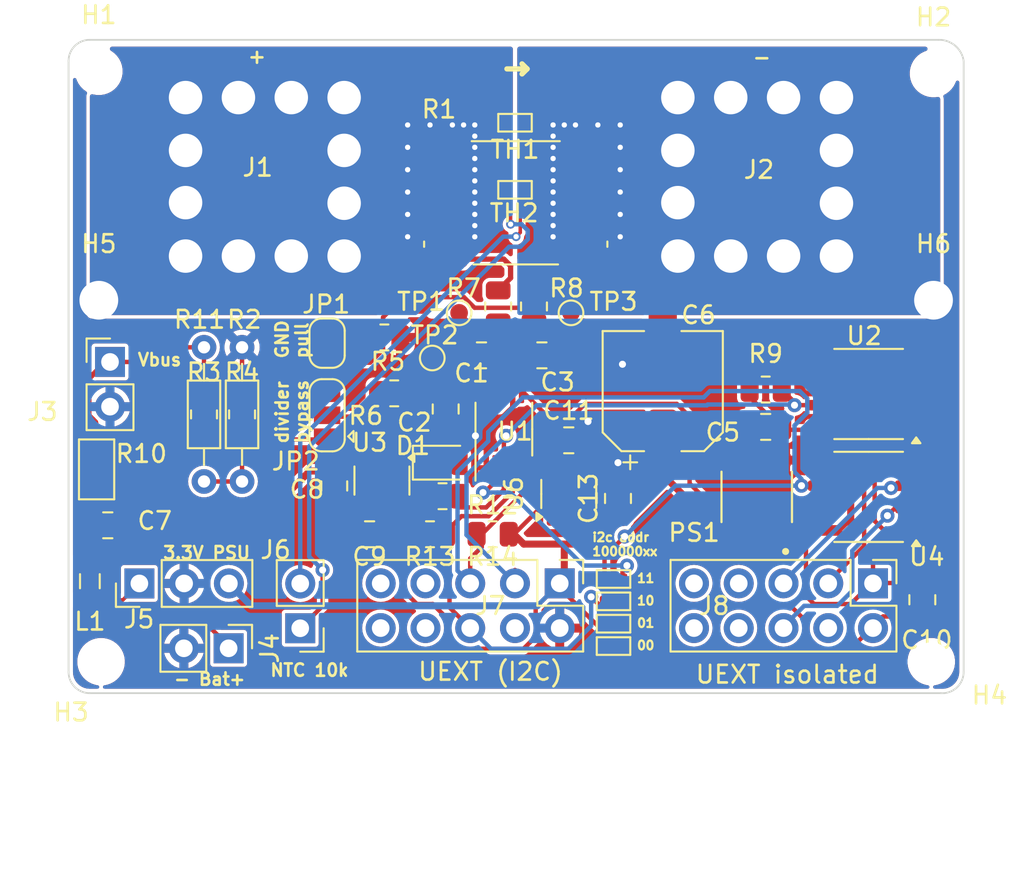
<source format=kicad_pcb>
(kicad_pcb (version 20240108) (generator "pcbnew") (generator_version "8.0")
  (title_block (comment 4 "AISLER Project ID: ADBKJVZS"))
  (layers (0 "F.Cu" signal) (31 "B.Cu" signal) (34 "B.Paste" user) (35 "F.Paste" user) (36 "B.SilkS" user "B.Silkscreen") (37 "F.SilkS" user "F.Silkscreen") (38 "B.Mask" user) (39 "F.Mask" user) (44 "Edge.Cuts" user))
  (net 0 "")
  (net 1 "Net-(U1-Vin+)")
  (net 2 "Net-(JP1-B)")
  (net 3 "+3.3V")
  (net 4 "Net-(U1-Vbus)")
  (net 5 "GND")
  (net 6 "Alert")
  (net 7 "Vbus")
  (net 8 "+3V")
  (net 9 "SDA")
  (net 10 "SCL")
  (net 11 "Net-(JP1-A)")
  (net 12 "P+")
  (net 13 "P-")
  (net 14 "Shunt+")
  (net 15 "Shunt-")
  (net 16 "Net-(C7-Pad2)")
  (net 17 "+3.3V2")
  (net 18 "GND2")
  (net 19 "Vin")
  (net 20 "Net-(D1-K)")
  (net 21 "Net-(J6-Pin_1)")
  (net 22 "Net-(J6-Pin_2)")
  (net 26 "SDA2")
  (net 29 "Alert2")
  (net 31 "SCL2")
  (net 36 "Net-(J4-Pin_1)")
  (net 37 "Net-(JP2-A)")
  (net 39 "A0")
  (net 41 "Net-(J5-Pin_1)")
  (footprint "PCM_Resistor_SMD_AKL:R_0805_2012Metric" (layer "F.Cu") (at 80.391 96.393 90)
    (property "Reference" "R10")
    (property "Value" "10" (hide yes))
  )
  (footprint "PCM_Resistor_SMD_AKL:R_0402_1005Metric" (layer "F.Cu") (at 109.728 106.426 180)
    (property "Reference" "JP4" (hide yes))
    (property "Value" "SolderJumper_2_Open" (hide yes))
  )
  (footprint "PCM_Resistor_SMD_AKL:R_0402_1005Metric" (layer "F.Cu") (at 109.728 105.156 180)
    (property "Reference" "JP3" (hide yes))
    (property "Value" "SolderJumper_2_Open" (hide yes))
  )
  (footprint "PCM_Resistor_SMD_AKL:R_0402_1005Metric" (layer "F.Cu") (at 109.728 102.616 180)
    (property "Reference" "JP5" (hide yes))
    (property "Value" "SolderJumper_2_Open" (hide yes))
  )
  (footprint "open-pe:Wuerth_PowerPlus_M5_Nut" (layer "F.Cu") (at 91.44 81.28)
    (property "Reference" "J1")
    (property "Value" "Screw_Terminal_01x01")
  )
  (footprint "Resistor_THT:R_Axial_DIN0204_L3.6mm_D1.6mm_P7.62mm_Horizontal" (layer "F.Cu") (at 86.487 97.07975 90)
    (property "Reference" "R11")
    (property "Value" "R_Small")
  )
  (footprint "Connector_PinHeader_2.54mm:PinHeader_1x02_P2.54mm_Vertical" (layer "F.Cu") (at 81.153 90.292)
    (property "Reference" "J3")
    (property "Value" "Conn_01x02_Pin")
  )
  (footprint "Resistor_SMD:R_0805_2012Metric" (layer "F.Cu") (at 97.282 92.075 180)
    (property "Reference" "R6")
    (property "Value" "100")
  )
  (footprint "Capacitor_SMD:C_0805_2012Metric" (layer "F.Cu") (at 100.203 92.964 -90)
    (property "Reference" "C2")
    (property "Value" "100nF, 100V")
  )
  (footprint "Package_SO:SOIC-8_3.9x4.9mm_P1.27mm" (layer "F.Cu") (at 124.206 97.954 180)
    (property "Reference" "U4")
    (property "Value" "TPT72616-SO1R")
  )
  (footprint "PCM_Resistor_SMD_AKL:R_0402_1005Metric" (layer "F.Cu") (at 109.728 103.886 180)
    (property "Reference" "JP6" (hide yes))
    (property "Value" "SolderJumper_2_Open" (hide yes))
  )
  (footprint "MountingHole:MountingHole_2.2mm_M2" (layer "F.Cu") (at 127.889 73.914)
    (property "Reference" "H2")
    (property "Value" "MountingHole")
  )
  (footprint "Capacitor_SMD:C_0805_2012Metric" (layer "F.Cu") (at 102.235 89.916)
    (property "Reference" "C1")
    (property "Value" "100nF")
  )
  (footprint "MountingHole:MountingHole_2.2mm_M2" (layer "F.Cu") (at 80.518 73.787)
    (property "Reference" "H1")
    (property "Value" "MountingHole")
  )
  (footprint "Resistor_THT:R_Axial_DIN0204_L3.6mm_D1.6mm_P7.62mm_Horizontal" (layer "F.Cu") (at 88.646 89.45975 -90)
    (property "Reference" "R2")
    (property "Value" "R_Small")
  )
  (footprint "Connector_PinHeader_2.54mm:PinHeader_2x05_P2.54mm_Vertical" (layer "F.Cu") (at 124.455 102.865 -90)
    (property "Reference" "J8")
    (property "Value" "UEXT_Slave2")
  )
  (footprint "Jumper:SolderJumper-2_P1.3mm_Open_RoundedPad1.0x1.5mm" (layer "F.Cu") (at 93.472 89.2245 -90)
    (property "Reference" "JP1")
    (property "Value" "Jumper_2_Open")
  )
  (footprint "open-pe:CONV_MIE1W0505BGLVH-3R-Z" (layer "F.Cu") (at 117.856 97.954 -90)
    (property "Reference" "PS1")
    (property "Value" "MIE1W0505BGLVH-3R-Z")
  )
  (footprint "MountingHole:MountingHole_2.2mm_M2" (layer "F.Cu") (at 80.518 86.787)
    (property "Reference" "H5")
    (property "Value" "MountingHole")
  )
  (footprint "MountingHole:MountingHole_2.2mm_M2" (layer "F.Cu") (at 127.889 86.787)
    (property "Reference" "H6")
    (property "Value" "MountingHole")
  )
  (footprint "Capacitor_SMD:C_0805_2012Metric" (layer "F.Cu") (at 109.982 98.044 90)
    (property "Reference" "C13")
    (property "Value" "1uF")
  )
  (footprint "Capacitor_SMD:C_0805_2012Metric" (layer "F.Cu") (at 105.664 89.916 180)
    (property "Reference" "C3")
    (property "Value" "100nF")
  )
  (footprint "Resistor_SMD:R_0805_2012Metric" (layer "F.Cu") (at 100.0252 97.917)
    (property "Reference" "R12")
    (property "Value" "10k")
  )
  (footprint "MountingHole:MountingHole_2.2mm_M2" (layer "F.Cu") (at 127.762 107.315)
    (property "Reference" "H4")
    (property "Value" "MountingHole")
  )
  (footprint "TestPoint:TestPoint_Pad_D1.0mm" (layer "F.Cu") (at 99.441 90.0684)
    (property "Reference" "TP2")
    (property "Value" "TestPoint")
  )
  (footprint "MountingHole:MountingHole_2.2mm_M2" (layer "F.Cu") (at 80.645 107.315)
    (property "Reference" "H3")
    (property "Value" "MountingHole")
  )
  (footprint "Capacitor_SMD:C_0805_2012Metric" (layer "F.Cu") (at 118.364 93.98 180)
    (property "Reference" "C5")
    (property "Value" "100nF")
  )
  (footprint "Package_TO_SOT_SMD:SOT-23-5" (layer "F.Cu") (at 107.188 97.79 90)
    (property "Reference" "U6")
    (property "Value" "TLV74130PDBVR")
  )
  (footprint "PCM_Resistor_SMD_AKL:R_0402_1005Metric" (layer "F.Cu") (at 104.138 76.708)
    (property "Reference" "TH1")
    (property "Value" "Thermistor_NTC" (hide yes))
  )
  (footprint "Resistor_SMD:R_0805_2012Metric" (layer "F.Cu") (at 102.87 100.076 180)
    (property "Reference" "R14")
    (property "Value" "4.7k")
  )
  (footprint "Resistor_SMD:R_0805_2012Metric" (layer "F.Cu") (at 99.314 100.076 180)
    (property "Reference" "R13")
    (property "Value" "4.7k")
  )
  (footprint "Resistor_SMD:R_Shunt_Isabellenhuette_BVR4026" (layer "F.Cu") (at 104.179 81.255)
    (property "Reference" "R1")
    (property "Value" "R_Shunt")
  )
  (footprint "Resistor_SMD:R_0805_2012Metric" (layer "F.Cu") (at 118.364 91.858 180)
    (property "Reference" "R9")
    (property "Value" "10k")
  )
  (footprint "Connector_PinHeader_2.54mm:PinHeader_1x03_P2.54mm_Vertical" (layer "F.Cu") (at 82.819 102.87 90)
    (property "Reference" "J5")
    (property "Value" "Conn_01x03_Socket")
  )
  (footprint "Capacitor_SMD:CP_Elec_6.3x5.9" (layer "F.Cu") (at 112.522 91.948 90)
    (property "Reference" "C6")
    (property "Value" "22uF")
  )
  (footprint "TestPoint:TestPoint_Pad_D1.0mm" (layer "F.Cu") (at 107.315 87.503)
    (property "Reference" "TP3")
    (property "Value" "TestPoint")
  )
  (footprint "Capacitor_SMD:C_0805_2012Metric" (layer "F.Cu") (at 95.885 100.076 180)
    (property "Reference" "C9")
    (property "Value" "100nF")
  )
  (footprint "Capacitor_SMD:C_0805_2012Metric" (layer "F.Cu") (at 81.026 99.568 180)
    (property "Reference" "C7")
    (property "Value" "1uF 100V")
  )
  (footprint "Package_SO:SOP-8_3.9x4.9mm_P1.27mm" (layer "F.Cu") (at 124.206 92.112 180)
    (property "Reference" "U2")
    (property "Value" "TPT7721-SO1R")
  )
  (footprint "Capacitor_SMD:C_0805_2012Metric" (layer "F.Cu") (at 127.254 103.796 -90)
    (property "Reference" "C10")
    (property "Value" "100nF")
  )
  (footprint "Package_SO:VSSOP-10_3x3mm_P0.5mm" (layer "F.Cu") (at 103.505 94.107 90)
    (property "Reference" "U1")
    (property "Value" "INA228")
  )
  (footprint "Connector_PinHeader_2.54mm:PinHeader_1x02_P2.54mm_Vertical" (layer "F.Cu") (at 91.948 105.415 180)
    (property "Reference" "J6")
    (property "Value" "Conn_01x02_Pin")
  )
  (footprint "Package_TO_SOT_SMD:SOT-23-5" (layer "F.Cu") (at 96.5849 97.028 -90)
    (property "Reference" "U3")
    (property "Value" "TLV74033PDBVR")
  )
  (footprint "Capacitor_SMD:C_0805_2012Metric" (layer "F.Cu") (at 93.8784 97.3328 -90)
    (property "Reference" "C8")
    (property "Value" "100nF")
  )
  (footprint "Resistor_SMD:R_0805_2012Metric" (layer "F.Cu") (at 103.182 87.14075 -90)
    (property "Reference" "R7")
    (property "Value" "10")
  )
  (footprint "Jumper:SolderJumper-3_P1.3mm_Open_RoundedPad1.0x1.5mm" (layer "F.Cu") (at 93.472 93.3196 90)
    (property "Reference" "JP2")
    (property "Value" "Jumper_3_Open")
  )
  (footprint "Resistor_SMD:R_0805_2012Metric" (layer "F.Cu") (at 96.7232 88.9 180)
    (property "Reference" "R5")
    (property "Value" "10")
  )
  (footprint "Connector_PinHeader_2.54mm:PinHeader_2x05_P2.54mm_Vertical" (layer "F.Cu") (at 106.675 102.865 -90)
    (property "Reference" "J7")
    (property "Value" "UEXT_Slave")
  )
  (footprint "Resistor_SMD:R_0805_2012Metric" (layer "F.Cu") (at 86.487 93.26975 90)
    (property "Reference" "R3")
    (property "Value" "R_Small")
  )
  (footprint "Resistor_SMD:R_0805_2012Metric" (layer "F.Cu") (at 88.646 93.26975 -90)
    (property "Reference" "R4")
    (property "Value" "R_Small")
  )
  (footprint "LED_SMD:LED_0805_2012Metric" (layer "F.Cu") (at 100.0252 96.012)
    (property "Reference" "D1")
    (property "Value" "LED")
  )
  (footprint "Resistor_SMD:R_0805_2012Metric" (layer "F.Cu") (at 105.214 87.14075 -90)
    (property "Reference" "R8")
    (property "Value" "10")
  )
  (footprint "Connector_PinHeader_2.54mm:PinHeader_1x02_P2.54mm_Vertical" (layer "F.Cu") (at 87.884 106.553 -90)
    (property "Reference" "J4")
    (property "Value" "Conn_01x02_Pin")
  )
  (footprint "open-pe:Wuerth_PowerPlus_M5_Nut" (layer "F.Cu") (at 119.38 81.28)
    (property "Reference" "J2")
    (property "Value" "Screw_Terminal_01x01")
  )
  (footprint "Capacitor_SMD:C_0805_2012Metric" (layer "F.Cu") (at 107.188 94.742)
    (property "Reference" "C11")
    (property "Value" "1uF")
  )
  (footprint "Inductor_SMD:L_0805_2012Metric" (layer "F.Cu") (at 80.01 102.743 90)
    (property "Reference" "L1")
    (property "Value" "22uH")
  )
  (footprint "TestPoint:TestPoint_Pad_D1.0mm" (layer "F.Cu") (at 100.965 87.503)
    (property "Reference" "TP1")
    (property "Value" "TestPoint")
  )
  (footprint "PCM_Resistor_SMD_AKL:R_0402_1005Metric" (layer "F.Cu") (at 104.138 80.518)
    (property "Reference" "TH2")
    (property "Value" "Thermistor_NTC" (hide yes))
  )
  (gr_arc (start 78.8 73.2) (mid 79.151472 72.351472) (end 80 72) (stroke (width 0.1)) (layer "Edge.Cuts"))
  (gr_arc (start 129.6 107.9) (mid 129.210387 108.782086) (end 128.3 109.1) (stroke (width 0.1)) (layer "Edge.Cuts"))
  (gr_arc (start 80 109.1) (mid 79.151472 108.748528) (end 78.8 107.9) (stroke (width 0.1)) (layer "Edge.Cuts"))
  (gr_line (start 78.8 107.9) (end 78.8 73.2) (stroke (width 0.1)) (layer "Edge.Cuts"))
  (gr_arc (start 128.1684 72) (mid 129.111962 72.32828) (end 129.6 73.2) (stroke (width 0.1)) (layer "Edge.Cuts"))
  (gr_line (start 129.6 73.2) (end 129.6 107.9) (stroke (width 0.1)) (layer "Edge.Cuts"))
  (gr_line (start 80 72) (end 128.1684 72) (stroke (width 0.1)) (layer "Edge.Cuts"))
  (gr_line (start 128.3 109.1) (end 80 109.1) (stroke (width 0.1)) (layer "Edge.Cuts"))
  (gr_text "-" (at 117.5512 73.4568 0) (layer "F.SilkS") (effects (font (size 0.8 0.8)) (justify left bottom)))
  (gr_text "3.3V PSU\n" (at 84.089 101.54 0) (layer "F.SilkS") (effects (font (size 0.7 0.7)) (justify left bottom)))
  (gr_text "10" (at 110.998 104.14 0) (layer "F.SilkS") (effects (font (size 0.5 0.5) (thickness 0.125) (bold yes)) (justify left bottom)))
  (gr_text "11" (at 110.998 102.87 0) (layer "F.SilkS") (effects (font (size 0.5 0.5) (thickness 0.125) (bold yes)) (justify left bottom)))
  (gr_text "GND\npull" (at 92.456 90.17 90) (layer "F.SilkS") (effects (font (size 0.7 0.7)) (justify left bottom)))
  (gr_text "00" (at 110.998 106.68 0) (layer "F.SilkS") (effects (font (size 0.5 0.5) (thickness 0.125) (bold yes)) (justify left bottom)))
  (gr_text "UEXT (I2C)" (at 98.552 108.458 0) (layer "F.SilkS") (effects (font (size 1 1)) (justify left bottom)))
  (gr_text "+\n" (at 88.9 73.406 0) (layer "F.SilkS") (effects (font (size 0.8 0.8)) (justify left bottom)))
  (gr_text "NTC 10k" (at 90.17 108.204 0) (layer "F.SilkS") (effects (font (size 0.7 0.7)) (justify left bottom)))
  (gr_text "→" (at 103.124 74.422 0) (layer "F.SilkS") (effects (font (size 1.5 1.5) (thickness 0.3) (bold yes)) (justify left bottom)))
  (gr_text "i2c addr\n100000xx" (at 108.458 101.346 0) (layer "F.SilkS") (effects (font (size 0.5 0.5) (thickness 0.125) (bold yes)) (justify left bottom)))
  (gr_text "UEXT isolated" (at 114.3 108.622 0) (layer "F.SilkS") (effects (font (size 1 1)) (justify left bottom)))
  (gr_text "- Bat+" (at 84.709 108.712 0) (layer "F.SilkS") (effects (font (size 0.7 0.7)) (justify left bottom)))
  (gr_text "divider\nbypass\n" (at 92.456 94.996 90) (layer "F.SilkS") (effects (font (size 0.7 0.7)) (justify left bottom)))
  (gr_text "Vbus" (at 82.6516 90.5764 0) (layer "F.SilkS") (effects (font (size 0.7 0.7)) (justify left bottom)))
  (gr_text "01\n" (at 110.998 105.41 0) (layer "F.SilkS") (effects (font (size 0.5 0.5) (thickness 0.125) (bold yes)) (justify left bottom)))
  (segment (start 101.0005 89.16075) (end 102.108 88.05325) (width 0.25) (layer "F.Cu") (net 1))
  (segment (start 102.505 91.907) (end 102.505 91.522875) (width 0.2) (layer "F.Cu") (net 1))
  (segment (start 101.47 90.487875) (end 101.47 89.95825) (width 0.2) (layer "F.Cu") (net 1))
  (segment (start 103.182 88.05325) (end 102.108 88.05325) (width 0.25) (layer "F.Cu") (net 1))
  (segment (start 101.51525 88.05325) (end 100.965 87.503) (width 0.25) (layer "F.Cu") (net 1))
  (segment (start 101.0005 89.916) (end 101.0005 89.16075) (width 0.25) (layer "F.Cu") (net 1))
  (segment (start 102.505 91.522875) (end 101.47 90.487875) (width 0.2) (layer "F.Cu") (net 1))
  (segment (start 102.108 88.05325) (end 101.51525 88.05325) (width 0.25) (layer "F.Cu") (net 1))
  (segment (start 103.005 90.0205) (end 103.005 91.907) (width 0.25) (layer "F.Cu") (net 2))
  (segment (start 107.315 88.011) (end 105.25625 88.011) (width 0.25) (layer "F.Cu") (net 2))
  (segment (start 105.214 88.05325) (end 104.3765 87.21575) (width 0.25) (layer "F.Cu") (net 2))
  (segment (start 99.6696 86.614) (end 98.8568 87.4268) (width 0.25) (layer "F.Cu") (net 2))
  (segment (start 101.242727 86.614) (end 99.6696 86.614) (width 0.25) (layer "F.Cu") (net 2))
  (segment (start 96.6482 87.7558) (end 96.6482 89.5951) (width 0.25) (layer "F.Cu") (net 2))
  (segment (start 96.6482 89.5951) (end 95.909304 90.333996) (width 0.25) (layer "F.Cu") (net 2))
  (segment (start 101.844477 87.21575) (end 101.242727 86.614) (width 0.25) (layer "F.Cu") (net 2))
  (segment (start 104.76325 88.05325) (end 105.214 88.05325) (width 0.25) (layer "F.Cu") (net 2))
  (segment (start 103.185 89.916) (end 102.9005 89.916) (width 0.25) (layer "F.Cu") (net 2))
  (segment (start 102.9005 89.916) (end 103.005 90.0205) (width 0.25) (layer "F.Cu") (net 2))
  (segment (start 93.931496 90.333996) (end 93.472 89.8745) (width 0.25) (layer "F.Cu") (net 2))
  (segment (start 104.3765 87.21575) (end 101.844477 87.21575) (width 0.25) (layer "F.Cu") (net 2))
  (segment (start 98.8568 87.4268) (end 96.9772 87.4268) (width 0.25) (layer "F.Cu") (net 2))
  (segment (start 105.25625 88.011) (end 105.214 88.05325) (width 0.25) (layer "F.Cu") (net 2))
  (segment (start 102.9005 89.916) (end 104.76325 88.05325) (width 0.25) (layer "F.Cu") (net 2))
  (segment (start 96.9772 87.4268) (end 96.6482 87.7558) (width 0.25) (layer "F.Cu") (net 2))
  (segment (start 95.909304 90.333996) (end 93.931496 90.333996) (width 0.25) (layer "F.Cu") (net 2))
  (segment (start 109.563 100.1485) (end 109.563 99.871629) (width 0.4) (layer "F.Cu") (net 3))
  (segment (start 104.075 100.076) (end 104.6338 100.6348) (width 0.4) (layer "F.Cu") (net 3))
  (segment (start 112.522 96.69) (end 114.582155 98.750155) (width 0.4) (layer "F.Cu") (net 3))
  (segment (start 97.5349 100.0749) (end 97.536 100.076) (width 0.25) (layer "F.Cu") (net 3))
  (segment (start 114.582155 98.750155) (end 119.943845 98.750155) (width 0.4) (layer "F.Cu") (net 3))
  (segment (start 99.468 104.04) (end 98.568299 104.04) (width 0.25) (layer "F.Cu") (net 3))
  (segment (start 105.31 105.891701) (end 104.621701 106.58) (width 0.25) (layer "F.Cu") (net 3))
  (segment (start 99.949 96.5685) (end 99.949 97.2207) (width 0.25) (layer "F.Cu") (net 3))
  (segment (start 120.086155 98.750155) (end 121.195 99.859) (width 0.25) (layer "F.Cu") (net 3))
  (segment (start 112.522 94.748) (end 112.522 96.69) (width 0.4) (layer "F.Cu") (net 3))
  (segment (start 117.860706 95.194) (end 117.9091 95.194) (width 0.25) (layer "F.Cu") (net 3))
  (segment (start 106.934 102.098) (end 106.934 100.6602) (width 0.4) (layer "F.Cu") (net 3))
  (segment (start 106.675 102.865) (end 105.31 104.23) (width 0.25) (layer "F.Cu") (net 3))
  (segment (start 100.484001 106.58) (end 100.23 106.325999) (width 0.25) (layer "F.Cu") (net 3))
  (segment (start 117.9091 95.194) (end 118.640902 94.462198) (width 0.25) (layer "F.Cu") (net 3))
  (segment (start 117.4515 91.858) (end 117.4515 92.2815) (width 0.25) (layer "F.Cu") (net 3))
  (segment (start 108.458 100.33) (end 109.3815 100.33) (width 0.4) (layer "F.Cu") (net 3))
  (segment (start 119.943845 98.750155) (end 120.086155 98.750155) (width 0.25) (layer "F.Cu") (net 3))
  (segment (start 123.19 95.626) (end 123.19 99.224) (width 0.4) (layer "F.Cu") (net 3))
  (segment (start 110.3085 99.403) (end 112.522 97.1895) (width 0.4) (layer "F.Cu") (net 3))
  (segment (start 105.4775 98.6735) (end 104.075 100.076) (width 0.25) (layer "F.Cu") (net 3))
  (segment (start 98.568299 104.04) (end 97.79 103.261701) (width 0.25) (layer "F.Cu") (net 3))
  (segment (start 100.23 106.325999) (end 100.23 104.802) (width 0.25) (layer "F.Cu") (net 3))
  (segment (start 117.256 95.798706) (end 117.860706 95.194) (width 0.25) (layer "F.Cu") (net 3))
  (segment (start 121.195 99.859) (end 121.731 99.859) (width 0.25) (layer "F.Cu") (net 3))
  (segment (start 108.138 98.9275) (end 108.138 100.01) (width 0.25) (layer "F.Cu") (net 3))
  (segment (start 108.966 105.41) (end 106.675 103.119) (width 0.25) (layer "F.Cu") (net 3))
  (segment (start 119.314 94.144) (end 121.454 94.144) (width 0.25) (layer "F.Cu") (net 3))
  (segment (start 106.675 102.865) (end 106.675 102.357) (width 0.25) (layer "F.Cu") (net 3))
  (segment (start 121.581 94.017) (end 123.19 95.626) (width 0.4) (layer "F.Cu") (net 3))
  (segment (start 108.1532 100.6348) (end 108.458 100.33) (width 0.4) (layer "F.Cu") (net 3))
  (segment (start 119.4935 94.3235) (end 119.314 94.144) (width 0.25) (layer "F.Cu") (net 3))
  (segment (start 123.19 99.224) (end 123.031 99.383) (width 0.4) (layer "F.Cu") (net 3))
  (segment (start 108.138 100.01) (end 108.458 100.33) (width 0.25) (layer "F.Cu") (net 3))
  (segment (start 97.5349 98.1655) (end 97.5349 100.0749) (width 0.25) (layer "F.Cu") (net 3))
  (segment (start 104.621701 106.58) (end 100.484001 106.58) (width 0.25) (layer "F.Cu") (net 3))
  (segment (start 99.949 97.2207) (end 99.9502 97.2219) (width 0.25) (layer "F.Cu") (net 3))
  (segment (start 99.9502 98.6121) (end 98.4863 100.076) (width 0.25) (layer "F.Cu") (net 3))
  (segment (start 112.522 97.1895) (end 112.522 94.748) (width 0.4) (layer "F.Cu") (net 3))
  (segment (start 110.031629 99.403) (end 110.3085 99.403) (width 0.4) (layer "F.Cu") (net 3))
  (segment (start 109.218 105.41) (end 108.966 105.41) (width 0.25) (layer "F.Cu") (net 3))
  (segment (start 98.4015 100.076) (end 98.6939 100.076) (width 0.25) (layer "F.Cu") (net 3))
  (segment (start 100.23 104.802) (end 99.468 104.04) (width 0.25) (layer "F.Cu") (net 3))
  (segment (start 117.256 95.829) (end 117.256 95.798706) (width 0.25) (layer "F.Cu") (net 3))
  (segment (start 99.9502 97.2219) (end 99.9502 98.6121) (width 0.25) (layer "F.Cu") (net 3))
  (segment (start 106.675 102.357) (end 106.934 102.098) (width 0.25) (layer "F.Cu") (net 3))
  (segment (start 100.5055 96.012) (end 99.949 96.5685) (width 0.25) (layer "F.Cu") (net 3))
  (segment (start 122.555 99.859) (end 121.731 99.859) (width 0.25) (layer "F.Cu") (net 3))
  (segment (start 97.5349 100.0749) (end 97.79 100.33) (width 0.25) (layer "F.Cu") (net 3))
  (segment (start 105.31 104.23) (end 105.31 105.891701) (width 0.25) (layer "F.Cu") (net 3))
  (segment (start 96.835 100.076) (end 97.536 100.076) (width 0.25) (layer "F.Cu") (net 3))
  (segment (start 98.4863 100.076) (end 98.4015 100.076) (width 0.25) (layer "F.Cu") (net 3))
  (segment (start 109.563 99.871629) (end 110.031629 99.403) (width 0.4) (layer "F.Cu") (net 3))
  (segment (start 109.3815 100.33) (end 109.563 100.1485) (width 0.4) (layer "F.Cu") (net 3))
  (segment (start 117.4515 92.2815) (end 119.314 94.144) (width 0.25) (layer "F.Cu") (net 3))
  (segment (start 97.79 100.33) (end 97.79 103.261701) (width 0.25) (layer "F.Cu") (net 3))
  (segment (start 118.640902 94.462198) (end 118.995802 94.462198) (width 0.25) (layer "F.Cu") (net 3))
  (segment (start 97.536 100.076) (end 98.4015 100.076) (width 0.25) (layer "F.Cu") (net 3))
  (segment (start 106.0225 98.6735) (end 105.4775 98.6735) (width 0.25) (layer "F.Cu") (net 3))
  (segment (start 123.031 99.383) (end 122.555 99.859) (width 0.25) (layer "F.Cu") (net 3))
  (segment (start 106.675 103.119) (end 106.675 102.865) (width 0.25) (layer "F.Cu") (net 3))
  (segment (start 121.454 94.144) (end 121.581 94.017) (width 0.25) (layer "F.Cu") (net 3))
  (segment (start 104.6338 100.6348) (end 108.1532 100.6348) (width 0.4) (layer "F.Cu") (net 3))
  (segment (start 98.1475 100.076) (end 98.1475 99.6715) (width 0.25) (layer "F.Cu") (net 3))
  (segment (start 105.4 104.14) (end 89.169 104.14) (width 0.4) (layer "B.Cu") (net 3))
  (segment (start 89.169 104.14) (end 87.899 102.87) (width 0.4) (layer "B.Cu") (net 3))
  (segment (start 106.675 102.865) (end 105.4 104.14) (width 0.25) (layer "B.Cu") (net 3))
  (segment (start 103.505 91.907) (end 103.505 92.699764) (width 0.25) (layer "F.Cu") (net 4))
  (segment (start 98.3215 92.075) (end 98.345 92.0515) (width 0.25) (layer "F.Cu") (net 4))
  (segment (start 101.146 92.957) (end 100.203 92.014) (width 0.25) (layer "F.Cu") (net 4))
  (segment (start 99.8728 90.0684) (end 99.8728 91.6838) (width 0.25) (layer "F.Cu") (net 4))
  (segment (start 103.247764 92.957) (end 101.146 92.957) (width 0.25) (layer "F.Cu") (net 4))
  (segment (start 98.345 92.0515) (end 100.1655 92.0515) (width 0.25) (layer "F.Cu") (net 4))
  (segment (start 100.1655 92.0515) (end 100.203 92.014) (width 0.25) (layer "F.Cu") (net 4))
  (segment (start 103.505 92.699764) (end 103.247764 92.957) (width 0.25) (layer "F.Cu") (net 4))
  (segment (start 99.8728 91.6838) (end 100.203 92.014) (width 0.25) (layer "F.Cu") (net 4))
  (segment (start 116.2185 96.061438) (end 116.801062 96.644) (width 0.2) (layer "F.Cu") (net 5))
  (segment (start 107.513 98.6025) (end 107.513 95.367) (width 0.25) (layer "F.Cu") (net 5))
  (segment (start 96.5849 98.553908) (end 96.5849 95.8905) (width 0.25) (layer "F.Cu") (net 5))
  (segment (start 88.646 89.45975) (end 88.646 92.10325) (width 0.25) (layer "F.Cu") (net 5))
  (segment (start 116.2185 95.8665) (end 116.2185 96.061438) (width 0.2) (layer "F.Cu") (net 5))
  (segment (start 102.505 96.307) (end 102.505 95.1005) (width 0.25) (layer "F.Cu") (net 5))
  (segment (start 121.5485 95.8665) (end 121.731 96.049) (width 0.25) (layer "F.Cu") (net 5))
  (segment (start 107.513 95.367) (end 108.105848 94.774152) (width 0.25) (layer "F.Cu") (net 5))
  (segment (start 81.063 92.922) (end 81.153 92.832) (width 0.25) (layer "F.Cu") (net 5))
  (segment (start 112.2232 88.8492) (end 112.522 89.148) (width 0.25) (layer "F.Cu") (net 5))
  (segment (start 102.362 94.0185) (end 102.362 93.914) (width 0.25) (layer "F.Cu") (net 5))
  (segment (start 105.9202 88.8492) (end 112.2232 88.8492) (width 0.25) (layer "F.Cu") (net 5))
  (segment (start 104.005 91.07888) (end 104.005 91.907) (width 0.3) (layer "F.Cu") (net 5))
  (segment (start 96.5849 95.8905) (end 96.5849 96.552999) (width 0.25) (layer "F.Cu") (net 5))
  (segment (start 104.4985 89.916) (end 104.8534 89.916) (width 0.25) (layer "F.Cu") (net 5))
  (segment (start 104.005 92.83616) (end 104.005 91.907) (width 0.25) (layer "F.Cu") (net 5))
  (segment (start 99.478 93.914) (end 100.203 93.914) (width 0.25) (layer "F.Cu") (net 5))
  (segment (start 95.0848 97.178) (end 93.8784 98.3844) (width 0.25) (layer "F.Cu") (net 5))
  (segment (start 118.456 95.829) (end 119.456 95.829) (width 0.2) (layer "F.Cu") (net 5))
  (segment (start 102.869 93.407) (end 103.43416 93.407) (width 0.25) (layer "F.Cu") (net 5))
  (segment (start 97.050901 97.019) (end 97.966788 97.019) (width 0.25) (layer "F.Cu") (net 5))
  (segment (start 107.513001 97.94) (end 107.188 98.265001) (width 0.25) (layer "F.Cu") (net 5))
  (segment (start 102.362 93.914) (end 102.869 93.407) (width 0.25) (layer "F.Cu") (net 5))
  (segment (start 97.966788 97.019) (end 98.2472 96.738588) (width 0.25) (layer "F.Cu") (net 5))
  (segment (start 119.4935 95.8665) (end 121.5485 95.8665) (width 0.25) (layer "F.Cu") (net 5))
  (segment (start 116.801062 96.644) (end 118.716 96.644) (width 0.2) (layer "F.Cu") (net 5))
  (segment (start 104.8534 89.916) (end 105.9202 88.8492) (width 0.25) (layer "F.Cu") (net 5))
  (segment (start 104.25188 90.832) (end 104.005 91.07888) (width 0.3) (layer "F.Cu") (net 5))
  (segment (start 107.188 98.9275) (end 107.513 98.6025) (width 0.25) (layer "F.Cu") (net 5))
  (segment (start 95.062808 100.076) (end 96.5849 98.553908) (width 0.25) (layer "F.Cu") (net 5))
  (segment (start 109.136 97.94) (end 107.513001 97.94) (width 0.25) (layer "F.Cu") (net 5))
  (segment (start 96.5849 96.552999) (end 97.050901 97.019) (width 0.25) (layer "F.Cu") (net 5))
  (segment (start 104.25188 90.63212) (end 104.25188 90.832) (width 0.3) (layer "F.Cu") (net 5))
  (segment (start 107.188 98.265001) (end 107.188 98.9275) (width 0.25) (layer "F.Cu") (net 5))
  (segment (start 100.203 93.914) (end 102.362 93.914) (width 0.25) (layer "F.Cu") (net 5))
  (segment (start 118.716 96.644) (end 119.4935 95.8665) (width 0.2) (layer "F.Cu") (net 5))
  (segment (start 98.2472 95.1448) (end 99.478 93.914) (width 0.25) (layer "F.Cu") (net 5))
  (segment (start 119.456 95.829) (end 119.4935 95.8665) (width 0.2) (layer "F.Cu") (net 5))
  (segment (start 95.959899 97.178) (end 95.0848 97.178) (width 0.25) (layer "F.Cu") (net 5))
  (segment (start 102.505 95.1005) (end 101.8925 94.488) (width 0.25) (layer "F.Cu") (net 5))
  (segment (start 109.982 97.094) (end 109.136 97.94) (width 0.25) (layer "F.Cu") (net 5))
  (segment (start 116.2185 95.8665) (end 116.2185 94.738459) (width 0.2) (layer "F.Cu") (net 5))
  (segment (start 98.2472 96.738588) (end 98.2472 95.1448) (width 0.25) (layer "F.Cu") (net 5))
  (segment (start 101.8925 94.488) (end 102.362 94.0185) (width 0.25) (layer "F.Cu") (net 5))
  (segment (start 103.43416 93.407) (end 104.005 92.83616) (width 0.25) (layer "F.Cu") (net 5))
  (segment (start 94.935 100.076) (end 95.062808 100.076) (width 0.25) (layer "F.Cu") (net 5))
  (segment (start 116.2185 94.738459) (end 117.079959 93.877) (width 0.2) (layer "F.Cu") (net 5))
  (segment (start 96.5849 96.552999) (end 95.959899 97.178) (width 0.25) (layer "F.Cu") (net 5))
  (via (at 109.982 96.012) (size 0.8) (drill 0.4) (layers "F.Cu" "B.Cu") (net 5))
  (via (at 108.2802 93.6752) (size 0.8) (drill 0.4) (layers "F.Cu" "B.Cu") (net 5))
  (via (at 110.236 90.424) (size 0.8) (drill 0.4) (layers "F.Cu" "B.Cu") (net 5))
  (via (at 101.8925 94.488) (size 0.8) (drill 0.4) (layers "F.Cu" "B.Cu") (net 5))
  (segment (start 103.505 96.307) (end 103.505 97.548208) (width 0.25) (layer "F.Cu") (net 6))
  (segment (start 121.581 92.747) (end 120.1655 92.747) (width 0.25) (layer "F.Cu") (net 6))
  (segment (start 103.505 97.548208) (end 102.501208 98.552) (width 0.25) (layer "F.Cu") (net 6))
  (segment (start 104.135 102.865) (end 104.135 102.103) (width 0.25) (layer "F.Cu") (net 6))
  (segment (start 103.505 94.615) (end 103.632 94.488) (width 0.25) (layer "F.Cu") (net 6))
  (segment (start 102.501208 98.552) (end 100.9885 98.552) (width 0.25) (layer "F.Cu") (net 6))
  (segment (start 120.1655 92.747) (end 119.2765 91.858) (width 0.25) (layer "F.Cu") (net 6))
  (segment (start 103.505 96.307) (end 103.505 94.615) (width 0.25) (layer "F.Cu") (net 6))
  (via (at 120 92.747) (size 0.8) (drill 0.4) (layers "F.Cu" "B.Cu") (net 6))
  (via (at 103.632 94.488) (size 0.8) (drill 0.4) (layers "F.Cu" "B.Cu") (net 6))
  (segment (start 103.632 94.488) (end 101.3845 96.7355) (width 0.25) (layer "B.Cu") (net 6))
  (segment (start 103.632 94.488) (end 105.156 92.964) (width 0.25) (layer "B.Cu") (net 6))
  (segment (start 119.963 92.71) (end 115.075396 92.71) (width 0.25) (layer "B.Cu") (net 6))
  (segment (start 115.075396 92.71) (end 115.031796 92.7536) (width 0.25) (layer "B.Cu") (net 6))
  (segment (start 101.3845 100.1145) (end 104.135 102.865) (width 0.25) (layer "B.Cu") (net 6))
  (segment (start 115.031796 92.7536) (end 105.3664 92.7536) (width 0.25) (layer "B.Cu") (net 6))
  (segment (start 101.3845 96.7355) (end 101.3845 100.1145) (width 0.25) (layer "B.Cu") (net 6))
  (segment (start 120 92.747) (end 119.963 92.71) (width 0.25) (layer "B.Cu") (net 6))
  (segment (start 105.3664 92.7536) (end 105.123 92.997) (width 0.25) (layer "B.Cu") (net 6))
  (segment (start 93.98 93.39675) (end 95.04775 93.39675) (width 0.25) (layer "F.Cu") (net 7))
  (segment (start 95.04775 93.39675) (end 96.3695 92.075) (width 0.25) (layer "F.Cu") (net 7))
  (segment (start 104.505 91.907) (end 104.505 91.837) (width 0.25) (layer "F.Cu") (net 8))
  (segment (start 106.238 94.742) (end 106.238 93.64) (width 0.25) (layer "F.Cu") (net 8))
  (segment (start 106.238 93.64) (end 104.505 91.907) (width 0.25) (layer "F.Cu") (net 8))
  (segment (start 106.238 94.742) (end 106.238 96.6525) (width 0.25) (layer "F.Cu") (net 8))
  (segment (start 104.505 91.837) (end 106.426 89.916) (width 0.25) (layer "F.Cu") (net 8))
  (segment (start 104.505 92.2745) (end 104.505 91.907) (width 0.25) (layer "F.Cu") (net 8))
  (segment (start 107.2388 93.5482) (end 107.063 93.724) (width 0.25) (layer "F.Cu") (net 9))
  (segment (start 121.186 98.044) (end 114.898 98.044) (width 0.25) (layer "F.Cu") (net 9))
  (segment (start 107.063 97.165908) (end 106.540508 97.6884) (width 0.25) (layer "F.Cu") (net 9))
  (segment (start 114.046 93.4019) (end 113.3171 92.673) (width 0.25) (layer "F.Cu") (net 9))
  (segment (start 104.98 95.489236) (end 104.747764 95.257) (width 0.25) (layer "F.Cu") (net 9))
  (segment (start 104.98 96.732908) (end 104.98 95.489236) (width 0.25) (layer "F.Cu") (net 9))
  (segment (start 113.3171 92.673) (end 108.114 92.673) (width 0.25) (layer "F.Cu") (net 9))
  (segment (start 101.101 99.051) (end 100.4805 99.6715) (width 0.25) (layer "F.Cu") (net 9))
  (segment (start 100.42 104.23) (end 101.595 105.405) (width 0.25) (layer "F.Cu") (net 9))
  (segment (start 105.935492 97.6884) (end 104.98 96.732908) (width 0.25) (layer "F.Cu") (net 9))
  (segment (start 104.005 97.684604) (end 102.638604 99.051) (width 0.25) (layer "F.Cu") (net 9))
  (segment (start 107.063 93.724) (end 107.063 97.165908) (width 0.25) (layer "F.Cu") (net 9))
  (segment (start 104.005 95.514236) (end 104.005 96.307) (width 0.25) (layer "F.Cu") (net 9))
  (segment (start 109.218 104.14) (end 108.966 104.14) (width 0.25) (layer "F.Cu") (net 9))
  (segment (start 104.005 96.307) (end 104.005 97.684604) (width 0.25) (layer "F.Cu") (net 9))
  (segment (start 99.9725 100.076) (end 100.42 100.5235) (width 0.25) (layer "F.Cu") (net 9))
  (segment (start 104.262236 95.257) (end 104.005 95.514236) (width 0.25) (layer "F.Cu") (net 9))
  (segment (start 106.540508 97.6884) (end 105.935492 97.6884) (width 0.25) (layer "F.Cu") (net 9))
  (segment (start 104.747764 95.257) (end 104.262236 95.257) (width 0.25) (layer "F.Cu") (net 9))
  (segment (start 114.898 98.044) (end 114.046 97.192) (width 0.25) (layer "F.Cu") (net 9))
  (segment (start 100.4805 99.6715) (end 100.4805 100.076) (width 0.25) (layer "F.Cu") (net 9))
  (segment (start 100.42 100.5235) (end 100.42 104.23) (width 0.25) (layer "F.Cu") (net 9))
  (segment (start 108.966 104.14) (end 108.458 103.632) (width 0.25) (layer "F.Cu") (net 9))
  (segment (start 102.638604 99.051) (end 101.101 99.051) (width 0.25) (layer "F.Cu") (net 9))
  (segment (start 114.046 97.192) (end 114.046 93.4019) (width 0.25) (layer "F.Cu") (net 9))
  (segment (start 121.731 98.589) (end 121.186 98.044) (width 0.25) (layer "F.Cu") (net 9))
  (segment (start 108.114 92.673) (end 107.2388 93.5482) (width 0.25) (layer "F.Cu") (net 9))
  (via (at 108.458 103.632) (size 0.8) (drill 0.4) (layers "F.Cu" "B.Cu") (net 9))
  (segment (start 102.77 106.58) (end 101.595 105.405) (width 0.25) (layer "B.Cu") (net 9))
  (segment (start 108.458 103.632) (end 108.458 105.283701) (width 0.25) (layer "B.Cu") (net 9))
  (segment (start 107.161701 106.58) (end 102.77 106.58) (width 0.25) (layer "B.Cu") (net 9))
  (segment (start 108.458 105.283701) (end 107.161701 106.58) (width 0.25) (layer "B.Cu") (net 9))
  (segment (start 102.25 100.076) (end 104.505 97.821) (width 0.25) (layer "F.Cu") (net 10))
  (segment (start 109.218 101.348) (end 109.218 102.87) (width 0.25) (layer "F.Cu") (net 10))
  (segment (start 101.595 101.4545) (end 102.25 100.7995) (width 0.25) (layer "F.Cu") (net 10))
  (segment (start 110.363 100.203) (end 109.218 101.348) (width 0.25) (layer "F.Cu") (net 10))
  (segment (start 120.396 97.319) (end 121.731 97.319) (width 0.25) (layer "F.Cu") (net 10))
  (segment (start 102.25 100.7995) (end 102.25 100.076) (width 0.25) (layer "F.Cu") (net 10))
  (segment (start 101.595 102.865) (end 101.595 101.4545) (width 0.25) (layer "F.Cu") (net 10))
  (segment (start 104.505 97.821) (end 104.505 96.307) (width 0.25) (layer "F.Cu") (net 10))
  (via (at 120.396 97.319) (size 0.8) (drill 0.4) (layers "F.Cu" "B.Cu") (net 10))
  (via (at 110.363 100.203) (size 0.8) (drill 0.4) (layers "F.Cu" "B.Cu") (net 10))
  (segment (start 100.8765 102.1465) (end 100.8765 96.529305) (width 0.25) (layer "B.Cu") (net 10))
  (segment (start 120.725 92.3786) (end 120.725 93.174305) (width 0.25) (layer "B.Cu") (net 10))
  (segment (start 120 96.542) (end 120.396 96.938) (width 0.25) (layer "B.Cu") (net 10))
  (segment (start 115.201 91.948) (end 120.2944 91.948) (width 0.25) (layer "B.Cu") (net 10))
  (segment (start 102.6175 94.271) (end 104.5849 92.3036) (width 0.25) (layer "B.Cu") (net 10))
  (segment (start 120 93.899305) (end 120 96.542) (width 0.25) (layer "B.Cu") (net 10))
  (segment (start 101.595 102.865) (end 101.6 102.86) (width 0.25) (layer "B.Cu") (net 10))
  (segment (start 102.6175 94.788305) (end 102.6175 94.271) (width 0.25) (layer "B.Cu") (net 10))
  (segment (start 120.725 93.174305) (end 120 93.899305) (width 0.25) (layer "B.Cu") (net 10))
  (segment (start 101.595 102.865) (end 100.8765 102.1465) (width 0.25) (layer "B.Cu") (net 10))
  (segment (start 110.363 100.203) (end 113.247 97.319) (width 0.25) (layer "B.Cu") (net 10))
  (segment (start 114.8454 92.3036) (end 115.201 91.948) (width 0.25) (layer "B.Cu") (net 10))
  (segment (start 120.2944 91.948) (end 120.725 92.3786) (width 0.25) (layer "B.Cu") (net 10))
  (segment (start 104.5849 92.3036) (end 114.8454 92.3036) (width 0.25) (layer "B.Cu") (net 10))
  (segment (start 100.8765 96.529305) (end 102.6175 94.788305) (width 0.25) (layer "B.Cu") (net 10))
  (segment (start 113.247 97.319) (end 120.396 97.319) (width 0.25) (layer "B.Cu") (net 10))
  (segment (start 95.2435 88.5745) (end 95.823 89.154) (width 0.25) (layer "F.Cu") (net 11))
  (segment (start 93.472 88.5745) (end 95.2435 88.5745) (width 0.25) (layer "F.Cu") (net 11))
  (via (at 98.044 78.105) (size 0.5) (drill 0.3) (layers "F.Cu" "B.Cu") (net 12))
  (via (at 98.044 80.645) (size 0.5) (drill 0.3) (layers "F.Cu" "B.Cu") (net 12))
  (via (at 101.854 81.28) (size 0.5) (drill 0.3) (layers "F.Cu" "B.Cu") (net 12))
  (via (at 101.854 79.375) (size 0.5) (drill 0.3) (layers "F.Cu" "B.Cu") (net 12))
  (via (at 98.044 76.835) (size 0.5) (drill 0.3) (layers "F.Cu" "B.Cu") (net 12))
  (via (at 101.854 80.645) (size 0.5) (drill 0.3) (layers "F.Cu" "B.Cu") (net 12))
  (via (at 101.854 77.47) (size 0.5) (drill 0.3) (layers "F.Cu" "B.Cu") (net 12))
  (via (at 101.854 78.105) (size 0.5) (drill 0.3) (layers "F.Cu" "B.Cu") (net 12))
  (via (at 98.044 81.915) (size 0.5) (drill 0.3) (layers "F.Cu" "B.Cu") (net 12))
  (via (at 98.044 83.185) (size 0.5) (drill 0.3) (layers "F.Cu" "B.Cu") (net 12))
  (via (at 101.854 76.835) (size 0.5) (drill 0.3) (layers "F.Cu" "B.Cu") (net 12))
  (via (at 101.854 82.55) (size 0.5) (drill 0.3) (layers "F.Cu" "B.Cu") (net 12))
  (via (at 101.854 78.74) (size 0.5) (drill 0.3) (layers "F.Cu" "B.Cu") (net 12))
  (via (at 101.854 83.185) (size 0.5) (drill 0.3) (layers "F.Cu" "B.Cu") (net 12))
  (via (at 100.584 76.835) (size 0.5) (drill 0.3) (layers "F.Cu" "B.Cu") (net 12))
  (via (at 101.219 76.835) (size 0.5) (drill 0.3) (layers "F.Cu" "B.Cu") (net 12))
  (via (at 98.044 79.375) (size 0.5) (drill 0.3) (layers "F.Cu" "B.Cu") (net 12))
  (via (at 101.854 81.915) (size 0.5) (drill 0.3) (layers "F.Cu" "B.Cu") (net 12))
  (via (at 101.854 80.01) (size 0.5) (drill 0.3) (layers "F.Cu" "B.Cu") (net 12))
  (via (at 99.314 76.835) (size 0.5) (drill 0.3) (layers "F.Cu" "B.Cu") (net 12))
  (via (at 110.109 83.185) (size 0.5) (drill 0.3) (layers "F.Cu" "B.Cu") (net 13))
  (via (at 107.569 76.835) (size 0.5) (drill 0.3) (layers "F.Cu" "B.Cu") (net 13))
  (via (at 110.109 80.645) (size 0.5) (drill 0.3) (layers "F.Cu" "B.Cu") (net 13))
  (via (at 106.299 76.835) (size 0.5) (drill 0.3) (layers "F.Cu" "B.Cu") (net 13))
  (via (at 106.299 80.01) (size 0.5) (drill 0.3) (layers "F.Cu" "B.Cu") (net 13))
  (via (at 110.109 79.375) (size 0.5) (drill 0.3) (layers "F.Cu" "B.Cu") (net 13))
  (via (at 106.299 81.28) (size 0.5) (drill 0.3) (layers "F.Cu" "B.Cu") (net 13))
  (via (at 106.299 78.105) (size 0.5) (drill 0.3) (layers "F.Cu" "B.Cu") (net 13))
  (via (at 110.109 76.835) (size 0.5) (drill 0.3) (layers "F.Cu" "B.Cu") (net 13))
  (via (at 110.109 78.105) (size 0.5) (drill 0.3) (layers "F.Cu" "B.Cu") (net 13))
  (via (at 106.299 77.47) (size 0.5) (drill 0.3) (layers "F.Cu" "B.Cu") (net 13))
  (via (at 110.109 81.915) (size 0.5) (drill 0.3) (layers "F.Cu" "B.Cu") (net 13))
  (via (at 106.299 78.74) (size 0.5) (drill 0.3) (layers "F.Cu" "B.Cu") (net 13))
  (via (at 106.299 83.185) (size 0.5) (drill 0.3) (layers "F.Cu" "B.Cu") (net 13))
  (via (at 106.299 82.55) (size 0.5) (drill 0.3) (layers "F.Cu" "B.Cu") (net 13))
  (via (at 108.839 76.835) (size 0.5) (drill 0.3) (layers "F.Cu" "B.Cu") (net 13))
  (via (at 106.934 76.835) (size 0.5) (drill 0.3) (layers "F.Cu" "B.Cu") (net 13))
  (via (at 106.299 79.375) (size 0.5) (drill 0.3) (layers "F.Cu" "B.Cu") (net 13))
  (via (at 106.299 81.915) (size 0.5) (drill 0.3) (layers "F.Cu" "B.Cu") (net 13))
  (via (at 106.299 80.645) (size 0.5) (drill 0.3) (layers "F.Cu" "B.Cu") (net 13))
  (segment (start 103.886 85.52425) (end 103.182 86.22825) (width 0.3) (layer "F.Cu") (net 14))
  (segment (start 100.154 84.455) (end 103.505 84.455) (width 0.3) (layer "F.Cu") (net 14))
  (segment (start 103.505 84.455) (end 103.886 84.836) (width 0.3) (layer "F.Cu") (net 14))
  (segment (start 103.886 84.836) (end 103.886 85.52425) (width 0.3) (layer "F.Cu") (net 14))
  (segment (start 104.648 84.836) (end 104.648 86.3525) (width 0.3) (layer "F.Cu") (net 15))
  (segment (start 105.029 84.455) (end 104.648 84.836) (width 0.3) (layer "F.Cu") (net 15))
  (segment (start 108.204 84.455) (end 105.029 84.455) (width 0.3) (layer "F.Cu") (net 15))
  (segment (start 104.648 85.66225) (end 105.214 86.22825) (width 0.3) (layer "F.Cu") (net 15))
  (segment (start 79.576062 100.067938) (end 79.576062 101.246562) (width 0.2) (layer "F.Cu") (net 16))
  (segment (start 80.076 99.568) (end 80.076 97.4935) (width 0.2) (layer "F.Cu") (net 16))
  (segment (start 80.076 97.4935) (end 80.391 97.1785) (width 0.2) (layer "F.Cu") (net 16))
  (segment (start 80.076 99.568) (end 79.576062 100.067938) (width 0.2) (layer "F.Cu") (net 16))
  (segment (start 79.576062 101.246562) (end 80.01 101.6805) (width 0.2) (layer "F.Cu") (net 16))
  (segment (start 124.455 102.775) (end 123.28 103.95) (width 0.25) (layer "F.Cu") (net 17))
  (segment (start 119.921294 99.364) (end 117.581 99.364) (width 0.25) (layer "F.Cu") (net 17))
  (segment (start 116.2185 100.0415) (end 117.2185 100.0415) (width 0.2) (layer "F.Cu") (net 17))
  (segment (start 124.455 102.775) (end 124.455 100.489695) (width 0.25) (layer "F.Cu") (net 17))
  (segment (start 123.28 103.95) (end 123.19 104.04) (width 0.25) (layer "F.Cu") (net 17))
  (segment (start 124.526 102.846) (end 124.455 102.775) (width 0.25) (layer "F.Cu") (net 17))
  (segment (start 123.19 104.04) (end 121.1088 104.04) (width 0.25) (layer "F.Cu") (net 17))
  (segment (start 117.581 99.364) (end 117.5345 99.4105) (width 0.25) (layer "F.Cu") (net 17))
  (segment (start 120.121 99.563706) (end 119.921294 99.364) (width 0.25) (layer "F.Cu") (net 17))
  (segment (start 117.5345 99.4105) (end 117.578 99.367) (width 0.2) (layer "F.Cu") (net 17))
  (segment (start 124.548501 96.299499) (end 124.548501 99.321806) (width 0.25) (layer "F.Cu") (net 17))
  (segment (start 117.2185 100.0415) (end 117.256 100.079) (width 0.2) (layer "F.Cu") (net 17))
  (segment (start 120.121 99.920908) (end 120.121 99.563706) (width 0.25) (layer "F.Cu") (net 17))
  (segment (start 117.256 99.689) (end 117.5345 99.4105) (width 0.2) (layer "F.Cu") (net 17))
  (segment (start 120.65 103.5812) (end 120.65 100.449908) (width 0.25) (layer "F.Cu") (net 17))
  (segment (start 126.831 94.017) (end 124.548501 96.299499) (width 0.25) (layer "F.Cu") (net 17))
  (segment (start 127.254 102.846) (end 124.526 102.846) (width 0.25) (layer "F.Cu") (net 17))
  (segment (start 121.1088 104.04) (end 120.65 103.5812) (width 0.25) (layer "F.Cu") (net 17))
  (segment (start 117.256 100.079) (end 117.256 99.689) (width 0.2) (layer "F.Cu") (net 17))
  (segment (start 124.548501 99.321806) (end 125.085695 99.859) (width 0.25) (layer "F.Cu") (net 17))
  (segment (start 120.65 100.449908) (end 120.121 99.920908) (width 0.25) (layer "F.Cu") (net 17))
  (segment (start 125.085695 99.859) (end 126.681 99.859) (width 0.25) (layer "F.Cu") (net 17))
  (segment (start 116.2185 100.0415) (end 116.2185 100.2495) (width 0.2) (layer "F.Cu") (net 17))
  (segment (start 124.455 100.489695) (end 125.085695 99.859) (width 0.25) (layer "F.Cu") (net 17))
  (segment (start 125.024 104.746) (end 123.1408 106.6292) (width 0.25) (layer "F.Cu") (net 18))
  (segment (start 119.456 100.079) (end 119.4935 100.0415) (width 0.25) (layer "F.Cu") (net 18))
  (segment (start 118.11 100.425) (end 118.456 100.079) (width 0.25) (layer "F.Cu") (net 18))
  (segment (start 121.4628 106.49) (end 121.312 106.49) (width 0.25) (layer "F.Cu") (net 18))
  (segment (start 128.304 100.462908) (end 128.304 103.696) (width 0.25) (layer "F.Cu") (net 18))
  (segment (start 118.456 100.079) (end 119.456 100.079) (width 0.25) (layer "F.Cu") (net 18))
  (segment (start 120.74 105.891701) (end 121.338299 106.49) (width 0.25) (layer "F.Cu") (net 18))
  (segment (start 123.1408 106.6292) (end 121.602 106.6292) (width 0.25) (layer "F.Cu") (net 18))
  (segment (start 118.888299 103.953099) (end 119.0752 104.14) (width 0.25) (layer "F.Cu") (net 18))
  (segment (start 120.74 105.108299) (end 120.74 105.891701) (width 0.25) (layer "F.Cu") (net 18))
  (segment (start 119.0752 104.14) (end 119.771701 104.14) (width 0.25) (layer "F.Cu") (net 18))
  (segment (start 118.11 103.5812) (end 118.11 100.425) (width 0.25) (layer "F.Cu") (net 18))
  (segment (start 126.831 90.207) (end 127.655999 90.207) (width 0.25) (layer "F.Cu") (net 18))
  (segment (start 128.016 97.003092) (end 128.016 100.174908) (width 0.25) (layer "F.Cu") (net 18))
  (segment (start 126.681 96.049) (end 127.326 96.694) (width 0.25) (layer "F.Cu") (net 18))
  (segment (start 127.655999 90.207) (end 127.981 90.532001) (width 0.25) (layer "F.Cu") (net 18))
  (segment (start 128.016 100.174908) (end 128.304 100.462908) (width 0.25) (layer "F.Cu") (net 18))
  (segment (start 118.888299 103.95) (end 118.888299 103.953099) (width 0.25) (layer "F.Cu") (net 18))
  (segment (start 127.981 90.532001) (end 127.981 94.749) (width 0.25) (layer "F.Cu") (net 18))
  (segment (start 127.706908 96.694) (end 128.016 97.003092) (width 0.25) (layer "F.Cu") (net 18))
  (segment (start 121.338299 106.49) (end 121.4628 106.49) (width 0.25) (layer "F.Cu") (net 18))
  (segment (start 119.771701 104.14) (end 120.74 105.108299) (width 0.25) (layer "F.Cu") (net 18))
  (segment (start 127.254 104.746) (end 125.024 104.746) (width 0.25) (layer "F.Cu") (net 18))
  (segment (start 127.326 96.694) (end 127.706908 96.694) (width 0.25) (layer "F.Cu") (net 18))
  (segment (start 127.981 94.749) (end 126.681 96.049) (width 0.25) (layer "F.Cu") (net 18))
  (segment (start 118.888299 103.95) (end 118.4788 103.95) (width 0.25) (layer "F.Cu") (net 18))
  (segment (start 121.602 106.6292) (end 121.4628 106.49) (width 0.25) (layer "F.Cu") (net 18))
  (segment (start 118.4788 103.95) (end 118.11 103.5812) (width 0.25) (layer "F.Cu") (net 18))
  (segment (start 128.304 103.696) (end 127.254 104.746) (width 0.25) (layer "F.Cu") (net 18))
  (segment (start 80.391 93.767056) (end 80.179972 93.556028) (width 0.2) (layer "F.Cu") (net 19))
  (segment (start 79.953 93.329057) (end 79.953 91.243) (width 0.3) (layer "F.Cu") (net 19))
  (segment (start 86.487 92.35725) (end 87.3995 93.26975) (width 0.25) (layer "F.Cu") (net 19))
  (segment (start 80.391 95.3535) (end 80.391 93.767056) (width 0.2) (layer "F.Cu") (net 19))
  (segment (start 91.33745 93.26975) (end 92.51045 92.09675) (width 0.25) (layer "F.Cu") (net 19))
  (segment (start 80.33 93.706057) (end 80.179972 93.556028) (width 0.3) (layer "F.Cu") (net 19))
  (segment (start 79.953 91.243) (end 81.026 90.17) (width 0.3) (layer "F.Cu") (net 19))
  (segment (start 80.179972 93.556028) (end 79.953 93.329057) (width 0.3) (layer "F.Cu") (net 19))
  (segment (start 84.836 89.45975) (end 86.487 89.45975) (width 0.25) (layer "F.Cu") (net 19))
  (segment (start 87.3995 93.26975) (end 91.33745 93.26975) (width 0.25) (layer "F.Cu") (net 19))
  (segment (start 92.51045 92.09675) (end 92.964 92.09675) (width 0.25) (layer "F.Cu") (net 19))
  (segment (start 81.153 90.292) (end 84.00375 90.292) (width 0.25) (layer "F.Cu") (net 19))
  (segment (start 86.487 89.45975) (end 86.487 92.10325) (width 0.25) (layer "F.Cu") (net 19))
  (segment (start 84.00375 90.292) (end 84.836 89.45975) (width 0.25) (layer "F.Cu") (net 19))
  (segment (start 99.0877 96.012) (end 99.0877 98.019) (width 0.25) (layer "F.Cu") (net 20))
  (segment (start 99.0877 98.019) (end 99.1127 98.044) (width 0.25) (layer "F.Cu") (net 20))
  (segment (start 93.218 104.145) (end 91.948 105.415) (width 0.25) (layer "F.Cu") (net 21))
  (segment (start 103.886 82.471601) (end 103.886 76.966) (width 0.2) (layer "F.Cu") (net 21))
  (segment (start 93.218 102.108) (end 93.218 104.145) (width 0.25) (layer "F.Cu") (net 21))
  (segment (start 103.886 76.966) (end 103.628 76.708) (width 0.2) (layer "F.Cu") (net 21))
  (via (at 103.886 82.471601) (size 0.5) (drill 0.3) (layers "F.Cu" "B.Cu") (net 21))
  (via (at 93.218 102.108) (size 0.8) (drill 0.4) (layers "F.Cu" "B.Cu") (net 21))
  (segment (start 93.218 102.108) (end 92.456 101.346) (width 0.25) (layer "B.Cu") (net 21))
  (segment (start 104.861 82.821959) (end 104.510642 82.471601) (width 0.25) (layer "B.Cu") (net 21))
  (segment (start 104.437224 83.751101) (end 104.861 83.327325) (width 0.25) (layer "B.Cu") (net 21))
  (segment (start 103.802499 83.751101) (end 104.437224 83.751101) (width 0.25) (layer "B.Cu") (net 21))
  (segment (start 92.456 95.0976) (end 103.802499 83.751101) (width 0.25) (layer "B.Cu") (net 21))
  (segment (start 92.456 101.346) (end 92.456 95.0976) (width 0.25) (layer "B.Cu") (net 21))
  (segment (start 104.510642 82.471601) (end 103.886 82.471601) (width 0.25) (layer "B.Cu") (net 21))
  (segment (start 104.861 83.327325) (end 104.861 82.821959) (width 0.25) (layer "B.Cu") (net 21))
  (segment (start 104.436 80.73) (end 104.648 80.518) (width 0.2) (layer "F.Cu") (net 22))
  (segment (start 104.394 80.264) (end 104.648 80.518) (width 0.2) (layer "F.Cu") (net 22))
  (segment (start 104.648 76.708) (end 104.394 76.962) (width 0.2) (layer "F.Cu") (net 22))
  (segment (start 104.436 82.939152) (end 104.436 80.73) (width 0.2) (layer "F.Cu") (net 22))
  (segment (start 104.394 76.962) (end 104.394 80.264) (width 0.2) (layer "F.Cu") (net 22))
  (segment (start 104.199051 83.176101) (end 104.436 82.939152) (width 0.2) (layer "F.Cu") (net 22))
  (via (at 104.199051 83.176101) (size 0.5) (drill 0.3) (layers "F.Cu" "B.Cu") (net 22))
  (segment (start 104.199051 83.176101) (end 104.199051 83.014767) (width 0.2) (layer "B.Cu") (net 22))
  (segment (start 103.463099 83.176101) (end 104.199051 83.176101) (width 0.25) (layer "B.Cu") (net 22))
  (segment (start 91.948 94.6912) (end 103.463099 83.176101) (width 0.25) (layer "B.Cu") (net 22))
  (segment (start 91.948 102.875) (end 91.948 94.6912) (width 0.25) (layer "B.Cu") (net 22))
  (segment (start 125.273501 99.0215) (end 125.706001 98.589) (width 0.25) (layer "F.Cu") (net 26))
  (segment (start 125.273501 99.021501) (end 125.273501 99.0215) (width 0.25) (layer "F.Cu") (net 26))
  (segment (start 125.706001 98.589) (end 126.681 98.589) (width 0.25) (layer "F.Cu") (net 26))
  (via (at 125.273501 99.021501) (size 0.8) (drill 0.4) (layers "F.Cu" "B.Cu") (net 26))
  (segment (start 123.28 103.288) (end 122.428 104.14) (width 0.25) (layer "B.Cu") (net 26))
  (segment (start 120.55 104.14) (end 119.375 105.315) (width 0.25) (layer "B.Cu") (net 26))
  (segment (start 122.428 104.14) (end 120.55 104.14) (width 0.25) (layer "B.Cu") (net 26))
  (segment (start 123.28 101.015002) (end 123.28 103.288) (width 0.25) (layer "B.Cu") (net 26))
  (segment (start 125.273501 99.021501) (end 123.28 101.015002) (width 0.25) (layer "B.Cu") (net 26))
  (segment (start 125.681 94.447) (end 125.681 93.666092) (width 0.25) (layer "F.Cu") (net 29))
  (segment (start 123.952 100.738) (end 123.952 96.176) (width 0.25) (layer "F.Cu") (net 29))
  (segment (start 126.600092 92.747) (end 126.831 92.747) (width 0.25) (layer "F.Cu") (net 29))
  (segment (start 125.681 93.666092) (end 126.600092 92.747) (width 0.25) (layer "F.Cu") (net 29))
  (segment (start 121.915 102.775) (end 123.952 100.738) (width 0.25) (layer "F.Cu") (net 29))
  (segment (start 123.952 96.176) (end 125.681 94.447) (width 0.25) (layer "F.Cu") (net 29))
  (via (at 125.476 97.446) (size 0.8) (drill 0.4) (layers "F.Cu" "B.Cu") (net 31))
  (segment (start 124.704 97.446) (end 125.476 97.446) (width 0.25) (layer "B.Cu") (net 31))
  (segment (start 119.375 102.775) (end 124.704 97.446) (width 0.25) (layer "B.Cu") (net 31))
  (segment (start 92.4916 96.4844) (end 93.8784 96.4844) (width 0.4) (layer "F.Cu") (net 36))
  (segment (start 93.8784 96.4844) (end 94.4723 95.8905) (width 0.25) (layer "F.Cu") (net 36))
  (segment (start 86.724 102.252) (end 92.4916 96.4844) (width 0.4) (layer "F.Cu") (net 36))
  (segment (start 94.4375 96.634) (end 94.1125 96.309) (width 0.25) (layer "F.Cu") (net 36))
  (segment (start 87.884 106.426) (end 86.724 105.266) (width 0.25) (layer "F.Cu") (net 36))
  (segment (start 96.070101 94.7928) (end 96.825608 94.7928) (width 0.25) (layer "F.Cu") (net 36))
  (segment (start 96.825608 94.7928) (end 97.539 95.506192) (width 0.25) (layer "F.Cu") (net 36))
  (segment (start 86.724 105.266) (end 86.724 102.252) (width 0.25) (layer "F.Cu") (net 36))
  (segment (start 95.6349 95.228001) (end 96.070101 94.7928) (width 0.25) (layer "F.Cu") (net 36))
  (segment (start 97.539 95.506192) (end 97.539 95.8905) (width 0.25) (layer "F.Cu") (net 36))
  (segment (start 94.4723 95.8905) (end 95.6349 95.8905) (width 0.25) (layer "F.Cu") (net 36))
  (segment (start 95.6349 95.8905) (end 95.6349 95.228001) (width 0.25) (layer "F.Cu") (net 36))
  (segment (start 89.311 94.69675) (end 88.7965 94.18225) (width 0.25) (layer "F.Cu") (net 37))
  (segment (start 88.646 97.07975) (end 86.487 97.07975) (width 0.25) (layer "F.Cu") (net 37))
  (segment (start 86.487 94.18225) (end 88.646 94.18225) (width 0.25) (layer "F.Cu") (net 37))
  (segment (start 92.964 94.69675) (end 89.311 94.69675) (width 0.25) (layer "F.Cu") (net 37))
  (segment (start 88.646 97.07975) (end 88.646 94.18225) (width 0.25) (layer "F.Cu") (net 37))
  (segment (start 88.7965 94.18225) (end 88.646 94.18225) (width 0.25) (layer "F.Cu") (net 37))
  (segment (start 110.238 102.106) (end 110.49 101.854) (width 0.25) (layer "F.Cu") (net 39))
  (segment (start 110.238 102.616) (end 110.238 102.106) (width 0.25) (layer "F.Cu") (net 39))
  (segment (start 110.238 106.426) (end 110.238 102.87) (width 0.25) (layer "F.Cu") (net 39))
  (segment (start 102.319201 97.708701) (end 102.396063 97.708701) (width 0.25) (layer "F.Cu") (net 39))
  (segment (start 103.005 97.099764) (end 103.005 96.757) (width 0.25) (layer "F.Cu") (net 39))
  (segment (start 102.396063 97.708701) (end 103.005 97.099764) (width 0.25) (layer "F.Cu") (net 39))
  (via (at 110.49 101.854) (size 0.8) (drill 0.4) (layers "F.Cu" "B.Cu") (net 39))
  (via (at 102.319201 97.708701) (size 0.8) (drill 0.4) (layers "F.Cu" "B.Cu") (net 39))
  (segment (start 108.014 101.854) (end 110.49 101.854) (width 0.25) (layer "B.Cu") (net 39))
  (segment (start 102.319201 97.708701) (end 103.145201 97.708701) (width 0.25) (layer "B.Cu") (net 39))
  (segment (start 103.145201 97.708701) (end 103.868701 97.708701) (width 0.25) (layer "B.Cu") (net 39))
  (segment (start 103.868701 97.708701) (end 108.014 101.854) (width 0.25) (layer "B.Cu") (net 39))
  (segment (start 80.01 103.8055) (end 81.8835 103.8055) (width 0.2) (layer "F.Cu") (net 41))
  (segment (start 81.8835 103.8055) (end 82.819 102.87) (width 0.2) (layer "F.Cu") (net 41))
  (zone (net 13) (net_name "P-") (layers "F&B.Cu") (priority 2) (connect_pads yes (clearance 0.2)) (min_thickness 0.25) (fill yes (thermal_gap 0.5) (thermal_bridge_width 0.5))
    (polygon (pts (xy 104.267 72.39) (xy 104.267 87.63) (xy 128.27 87.63) (xy 128.27 72.39)))
  )
  (zone (net 12) (net_name "P+") (layers "F&B.Cu") (priority 2) (connect_pads yes (clearance 0.2)) (min_thickness 0.25) (fill yes (thermal_gap 0.5) (thermal_bridge_width 0.5))
    (polygon (pts (xy 80.01 72.39) (xy 80.01 87.63) (xy 104.013 87.63) (xy 104.013 72.39)))
  )
  (zone (net 5) (net_name "GND") (layers "F&B.Cu") (connect_pads (clearance 0.2)) (min_thickness 0.2) (fill yes (thermal_gap 0.3) (thermal_bridge_width 0.508))
    (polygon (pts (xy 131.064 109.22) (xy 78.74 109.22) (xy 78.74 71.12) (xy 131.064 71.628)))
  )
)
</source>
